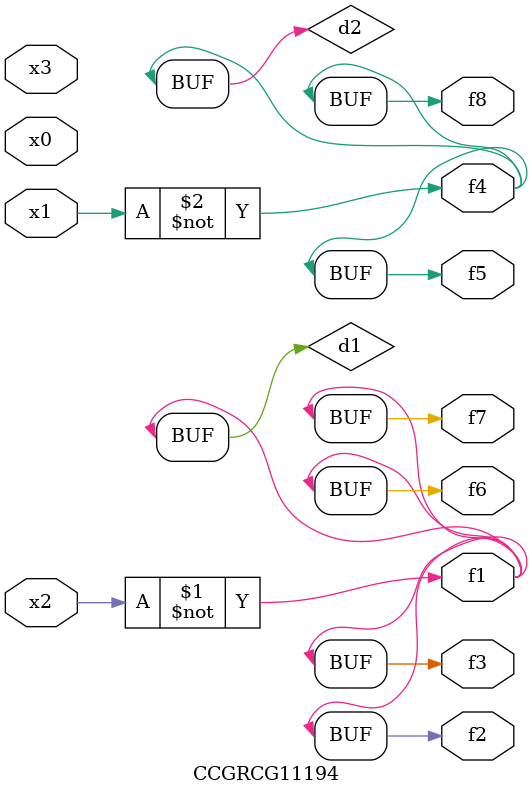
<source format=v>
module CCGRCG11194(
	input x0, x1, x2, x3,
	output f1, f2, f3, f4, f5, f6, f7, f8
);

	wire d1, d2;

	xnor (d1, x2);
	not (d2, x1);
	assign f1 = d1;
	assign f2 = d1;
	assign f3 = d1;
	assign f4 = d2;
	assign f5 = d2;
	assign f6 = d1;
	assign f7 = d1;
	assign f8 = d2;
endmodule

</source>
